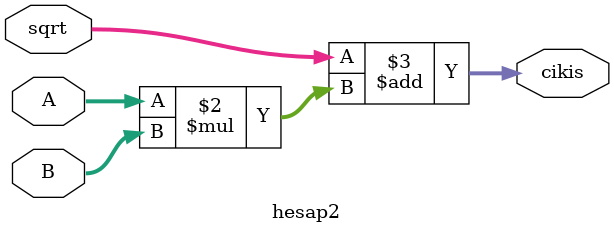
<source format=v>
`timescale 1ns / 1ps

module hesap2(
    input [31:0] A,
    input [31:0] B,
    input [23:0] sqrt,
    output reg [31:0] cikis 

    );
    
    always@(*) begin
        cikis = (sqrt + (A*B));
    end
endmodule

</source>
